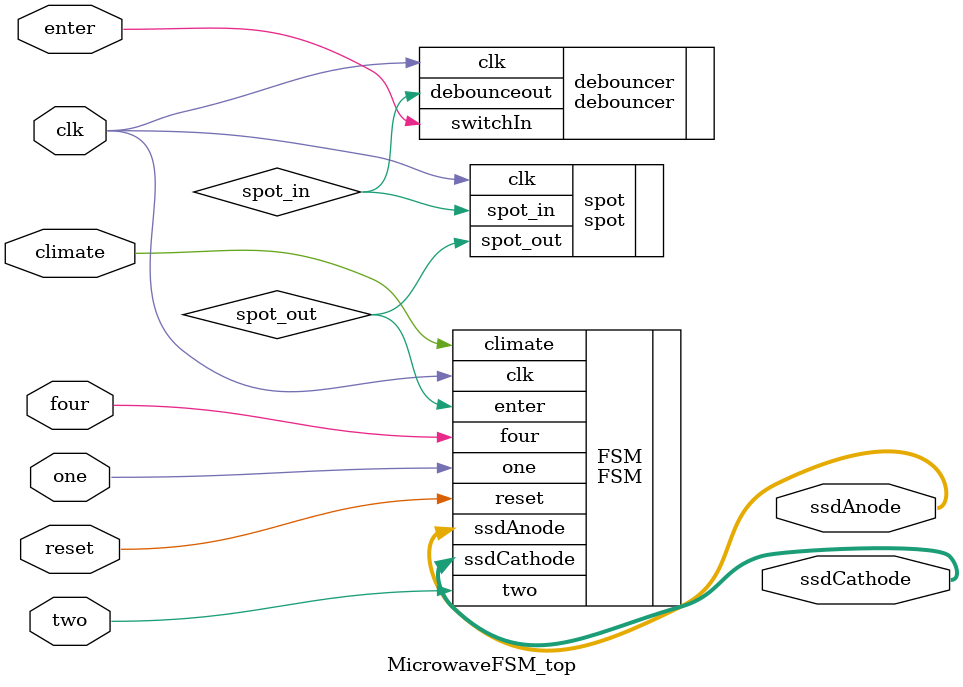
<source format=v>
`timescale 1ns / 1ps


module MicrowaveFSM_top(
    input wire clk,
    input wire reset,
    input wire enter,
    input wire one,
    input wire two,
    input wire four,
    input wire climate,
    output wire [6:0] ssdCathode,
    output wire [3:0] ssdAnode
    );
    
    wire spot_in;
    wire spot_out;
    
    debouncer debouncer (.clk(clk), .switchIn(enter), .debounceout(spot_in));

    spot spot (.clk(clk),.spot_in(spot_in), .spot_out(spot_out));
    
    FSM FSM (.climate(climate), .clk(clk),.reset(reset), .enter(spot_out),.one(one),.two(two),.four(four),.ssdCathode(ssdCathode),.ssdAnode(ssdAnode));
    
endmodule

</source>
